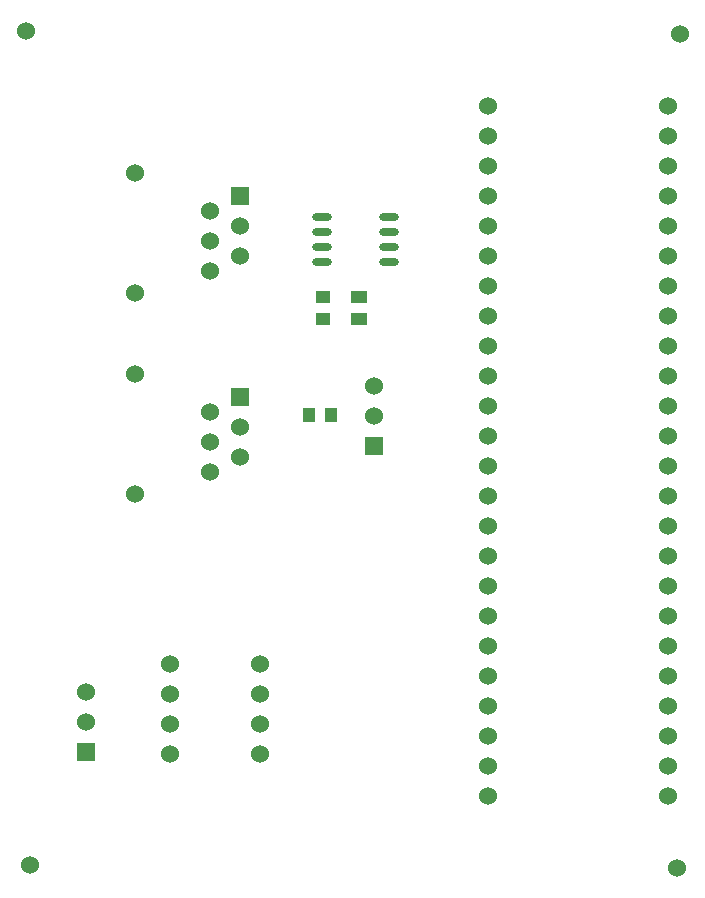
<source format=gbr>
%TF.GenerationSoftware,Altium Limited,Altium Designer,19.1.8 (144)*%
G04 Layer_Color=255*
%FSLAX26Y26*%
%MOIN*%
%TF.FileFunction,Pads,Top*%
%TF.Part,Single*%
G01*
G75*
%TA.AperFunction,SMDPad,CuDef*%
%ADD10R,0.041339X0.051181*%
%ADD11R,0.055118X0.041339*%
%ADD12R,0.051181X0.041339*%
%ADD13O,0.064961X0.025591*%
%TA.AperFunction,ComponentPad*%
%ADD17C,0.060000*%
%ADD18R,0.060000X0.060000*%
%TA.AperFunction,ViaPad*%
%ADD19C,0.060000*%
D10*
X1147835Y1635000D02*
D03*
X1075000D02*
D03*
D11*
X1240000Y2027835D02*
D03*
Y1955000D02*
D03*
D12*
X1120000Y2026417D02*
D03*
Y1953583D02*
D03*
D13*
X1118780Y2295000D02*
D03*
Y2245000D02*
D03*
Y2195000D02*
D03*
Y2145000D02*
D03*
X1341220Y2295000D02*
D03*
Y2245000D02*
D03*
Y2195000D02*
D03*
Y2145000D02*
D03*
D17*
X2270000Y1065000D02*
D03*
Y1165000D02*
D03*
Y1265000D02*
D03*
Y2665000D02*
D03*
Y2565000D02*
D03*
Y2465000D02*
D03*
X1670000Y1265000D02*
D03*
X2270000Y965000D02*
D03*
Y865000D02*
D03*
Y765000D02*
D03*
Y665000D02*
D03*
Y565000D02*
D03*
Y465000D02*
D03*
Y365000D02*
D03*
X1670000D02*
D03*
Y465000D02*
D03*
Y565000D02*
D03*
Y665000D02*
D03*
Y765000D02*
D03*
Y865000D02*
D03*
Y965000D02*
D03*
Y1065000D02*
D03*
Y1165000D02*
D03*
X2270000Y2365000D02*
D03*
Y2265000D02*
D03*
Y2165000D02*
D03*
Y2065000D02*
D03*
Y1965000D02*
D03*
Y1865000D02*
D03*
Y1765000D02*
D03*
Y1665000D02*
D03*
Y1565000D02*
D03*
Y1465000D02*
D03*
Y1365000D02*
D03*
X1670000D02*
D03*
Y1465000D02*
D03*
Y1565000D02*
D03*
Y1665000D02*
D03*
Y1765000D02*
D03*
Y1865000D02*
D03*
Y1965000D02*
D03*
Y2065000D02*
D03*
Y2165000D02*
D03*
Y2265000D02*
D03*
Y2365000D02*
D03*
Y2465000D02*
D03*
Y2565000D02*
D03*
Y2665000D02*
D03*
X1290000Y1630000D02*
D03*
Y1730000D02*
D03*
X330000Y710000D02*
D03*
Y610000D02*
D03*
X910000Y505000D02*
D03*
Y605000D02*
D03*
Y705000D02*
D03*
Y805000D02*
D03*
X610000D02*
D03*
Y705000D02*
D03*
Y605000D02*
D03*
Y505000D02*
D03*
X745000Y2115000D02*
D03*
Y2215000D02*
D03*
Y2315000D02*
D03*
X845000Y2165000D02*
D03*
Y2265000D02*
D03*
X495000Y2040000D02*
D03*
Y2440000D02*
D03*
X745000Y1445000D02*
D03*
Y1545000D02*
D03*
Y1645000D02*
D03*
X845000Y1495000D02*
D03*
Y1595000D02*
D03*
X495000Y1370000D02*
D03*
Y1770000D02*
D03*
D18*
X1290000Y1530000D02*
D03*
X330000Y510000D02*
D03*
X845000Y2365000D02*
D03*
Y1695000D02*
D03*
D19*
X2300000Y125000D02*
D03*
X145000Y135000D02*
D03*
X130000Y2915000D02*
D03*
X2310000Y2905000D02*
D03*
%TF.MD5,1a9a736ae3191c1e529bc1a72b5fc05a*%
M02*

</source>
